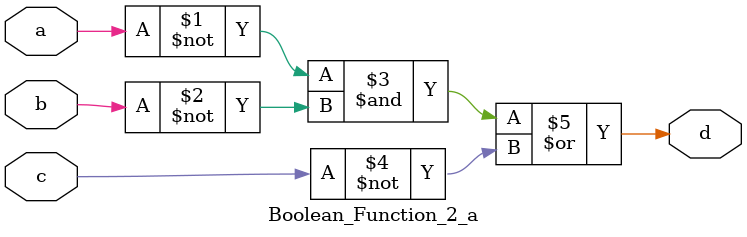
<source format=v>
`timescale 1ns / 1ps

module Boolean_Function_2_a (
    input a, b, c,
    output d
    );
    assign d = (~a & ~b) | ~c;
    
endmodule

</source>
